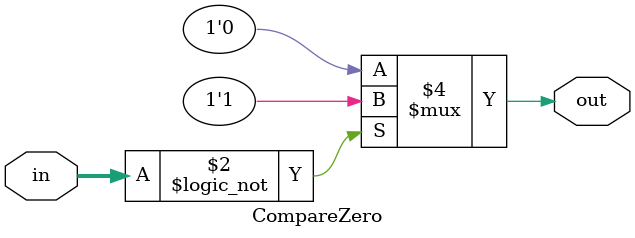
<source format=v>
`timescale 1ns / 1ps

module CompareZero(in, out);
    input [31:0] in;
    output reg out;
    
    always@(in) begin
        if (in == 32'h00000000)
            out <= 1'b1;
        else
            out <= 1'b0;
    end
    
endmodule
</source>
